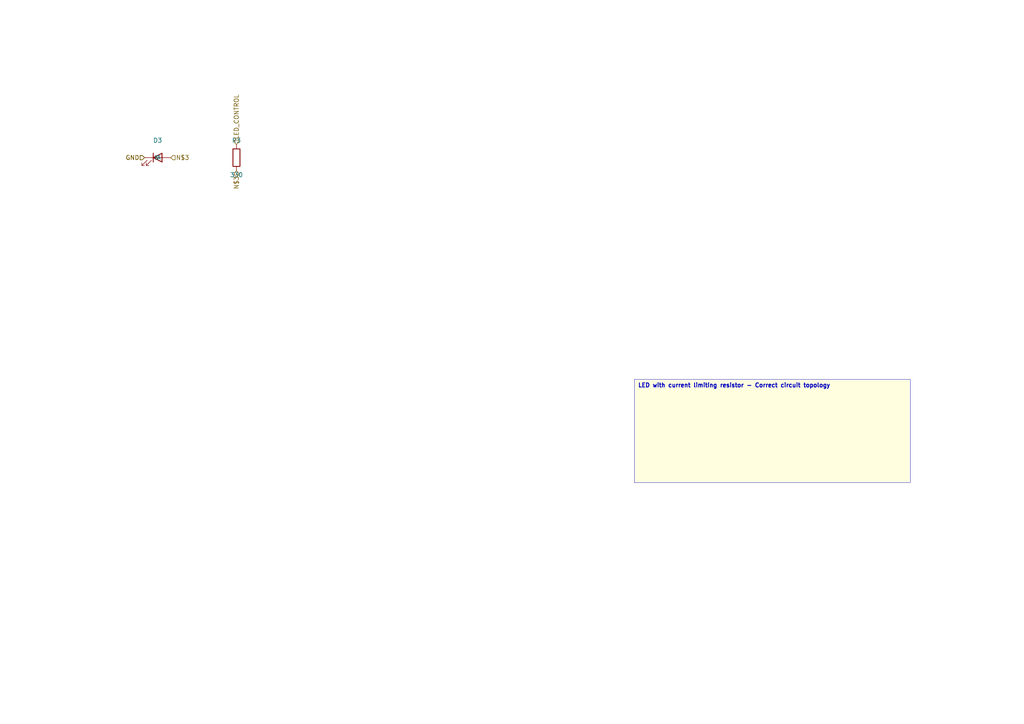
<source format=kicad_sch>
(kicad_sch (version 20250114) (generator "kicad_api") (generator_version 9.0)
  (paper A4)
  (paper A4)
  (lib_symbols
    (symbol "Device:LED" (pin_numbers hide) (pin_names (offset 0.254))
      (property "Reference" "{'value': 'D', 'position': {'x': 0.0, 'y': 2.54, 'rotation': 0.0}, 'effects': {'font_size': [1.27, 1.27]}}" (at 0.0 0.0 0))
      (property "Value" "{'value': 'LED', 'position': {'x': 0.0, 'y': -2.54, 'rotation': 0.0}, 'effects': {'font_size': [1.27, 1.27]}}" (at 0.0 0.0 0))
      (property "Sim.Pins" "{'value': '1=K 2=A', 'position': {'x': 0.0, 'y': 0.0, 'rotation': 0.0}, 'effects': {'font_size': [1.27, 1.27]}}" (at 0.0 0.0 0))
      (symbol "LED_0_1"
        (polyline (pts (xy -3.048 -0.762) (xy -4.572 -2.286) (xy -3.81 -2.286) (xy -4.572 -2.286) (xy -4.572 -1.524)) (stroke (width 0.0)))
        (polyline (pts (xy -1.778 -0.762) (xy -3.302 -2.286) (xy -2.54 -2.286) (xy -3.302 -2.286) (xy -3.302 -1.524)) (stroke (width 0.0)))
        (polyline (pts (xy -1.27 0.0) (xy 1.27 0.0)) (stroke (width 0.0)))
        (polyline (pts (xy -1.27 -1.27) (xy -1.27 1.27)) (stroke (width 0.254)))
        (polyline (pts (xy 1.27 -1.27) (xy 1.27 1.27) (xy -1.27 0.0) (xy 1.27 -1.27)) (stroke (width 0.254)))
      )
      (symbol "LED_1_1"
        (pin passive line (at -3.81 0.0 0) (length 2.54) (name K) (number "1"))
        (pin passive line (at 3.81 0.0 180) (length 2.54) (name A) (number "2"))
      )
    )
    (symbol "Device:R" (pin_numbers hide) (pin_names (offset 0.254))
      (property "Reference" "{'value': 'R', 'position': {'x': 2.032, 'y': 0.0, 'rotation': 90.0}, 'effects': {'font_size': [1.27, 1.27]}}" (at 0.0 0.0 0))
      (property "Value" "{'value': 'R', 'position': {'x': 0.0, 'y': 0.0, 'rotation': 90.0}, 'effects': {'font_size': [1.27, 1.27]}}" (at 0.0 0.0 0))
      (symbol "R_0_1"
        (rectangle (start -1.016 -2.54) (end 1.016 2.54) (stroke (width 0.254)))
      )
      (symbol "R_1_1"
        (pin passive line (at 0.0 3.81 270) (length 1.27) (name ~) (number "1"))
        (pin passive line (at 0.0 -3.81 90) (length 1.27) (name ~) (number "2"))
      )
    )
  )
  (title_block (title LED_Blinker) (date 2025-08-04) (company Circuit-Synth))
  (symbol (lib_id Device:LED) (at 45.72 45.72 0)
    (property "Reference" "D3" (at 45.72 40.72 0))
    (property "Footprint" "LED_SMD:LED_0805_2012Metric" (effects (hide yes)))
    (instances (project "circuit" (path "" (reference D3) (unit 1))) (project "ESP32_C6_Dev_Board" (path "" (reference D3) (unit 1))))
  )
  (symbol (lib_id Device:R) (at 68.58 45.72 0)
    (property "Reference" "R3" (at 68.58 40.72 0))
    (property "Value" "330" (at 68.58 50.72 0))
    (property "Footprint" "Resistor_SMD:R_0805_2012Metric" (effects (hide yes)))
    (instances (project "circuit" (path "" (reference R3) (unit 1))) (project "ESP32_C6_Dev_Board" (path "" (reference R3) (unit 1))))
  )
  (hierarchical_label GND (shape input) (at 41.91 45.72 180))
  (hierarchical_label GND (shape input) (at 41.91 45.72 180))
  (hierarchical_label N$3 (shape input) (at 49.53 45.72 0))
  (hierarchical_label N$3 (shape input) (at 68.58 49.53 270))
  (hierarchical_label LED_CONTROL (shape input) (at 68.58 41.91 90))
  (text_box "LED with current limiting resistor - Correct circuit topology" (exclude_from_sim yes) (at 184.0 110.0 0) (size 80.0 30.0) (margins 1.0 1.0 1.0 1.0) (stroke (width 0.1)) (fill (type color) (color 255 255 224 1)) (effects (font (size 1.2 1.2) (thickness 0.254)) (justify left top)))
)
</source>
